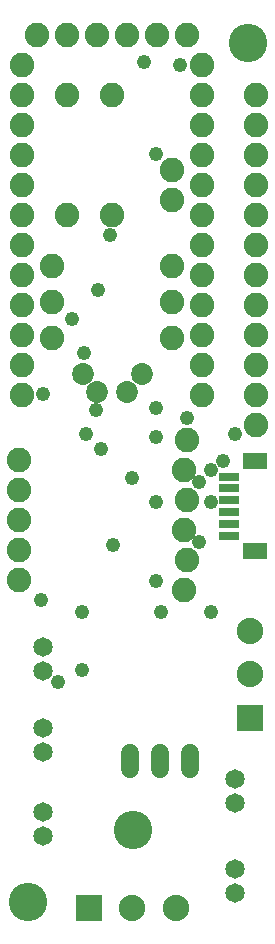
<source format=gts>
G75*
G70*
%OFA0B0*%
%FSLAX24Y24*%
%IPPOS*%
%LPD*%
%AMOC8*
5,1,8,0,0,1.08239X$1,22.5*
%
%ADD10C,0.0820*%
%ADD11C,0.0650*%
%ADD12R,0.0880X0.0880*%
%ADD13C,0.0880*%
%ADD14R,0.0789X0.0552*%
%ADD15R,0.0690X0.0316*%
%ADD16C,0.1280*%
%ADD17C,0.0600*%
%ADD18C,0.0730*%
%ADD19C,0.0480*%
D10*
X004440Y012467D03*
X004440Y013467D03*
X004440Y014467D03*
X004440Y015467D03*
X004440Y016467D03*
X004550Y018657D03*
X004550Y019657D03*
X004550Y020657D03*
X004550Y021657D03*
X004550Y022657D03*
X004550Y023657D03*
X004550Y024657D03*
X004550Y025657D03*
X004550Y026657D03*
X004550Y027657D03*
X004550Y028657D03*
X004550Y029657D03*
X005050Y030657D03*
X006050Y030657D03*
X006050Y028657D03*
X007050Y030657D03*
X007550Y028657D03*
X008050Y030657D03*
X009050Y030657D03*
X010050Y030657D03*
X010550Y029657D03*
X010550Y028657D03*
X010550Y027657D03*
X010550Y026657D03*
X010550Y025657D03*
X010550Y024657D03*
X010550Y023657D03*
X010550Y022657D03*
X010550Y021657D03*
X010550Y020657D03*
X010550Y019657D03*
X010550Y018657D03*
X010050Y017157D03*
X009950Y016157D03*
X010050Y015157D03*
X009950Y014157D03*
X010050Y013157D03*
X009950Y012157D03*
X012350Y017657D03*
X012350Y018657D03*
X012350Y019657D03*
X012350Y020657D03*
X012350Y021657D03*
X012350Y022657D03*
X012350Y023657D03*
X012350Y024657D03*
X012350Y025657D03*
X012350Y026657D03*
X012350Y027657D03*
X012350Y028657D03*
X009550Y026157D03*
X009550Y025157D03*
X009550Y022957D03*
X009550Y021757D03*
X009550Y020557D03*
X007550Y024657D03*
X006050Y024657D03*
X005550Y022957D03*
X005550Y021757D03*
X005550Y020557D03*
D11*
X005250Y010251D03*
X005250Y009464D03*
X005250Y007551D03*
X005250Y006764D03*
X005250Y004751D03*
X005250Y003964D03*
X011650Y005064D03*
X011650Y005851D03*
X011650Y002851D03*
X011650Y002064D03*
D12*
X012150Y007887D03*
X006780Y001557D03*
D13*
X008228Y001557D03*
X009676Y001557D03*
X012150Y009335D03*
X012150Y010783D03*
D14*
X012326Y013446D03*
X012326Y016438D03*
D15*
X011450Y015926D03*
X011450Y015532D03*
X011450Y015138D03*
X011450Y014745D03*
X011450Y014351D03*
X011450Y013957D03*
D16*
X004740Y001737D03*
X008250Y004157D03*
X012080Y030387D03*
D17*
X010150Y006717D02*
X010150Y006197D01*
X009150Y006197D02*
X009150Y006717D01*
X008150Y006717D02*
X008150Y006197D01*
D18*
X008050Y018757D03*
X008534Y019357D03*
X007050Y018757D03*
X006566Y019357D03*
D19*
X006610Y020057D03*
X006210Y021177D03*
X007090Y022137D03*
X007490Y023977D03*
X009010Y026697D03*
X009810Y029657D03*
X008610Y029737D03*
X005250Y018697D03*
X006690Y017337D03*
X007170Y016857D03*
X007010Y018137D03*
X008210Y015897D03*
X009010Y015097D03*
X009010Y017257D03*
X009010Y018217D03*
X010050Y017897D03*
X010850Y016137D03*
X011250Y016457D03*
X011650Y017337D03*
X010850Y015097D03*
X010450Y015737D03*
X010450Y013737D03*
X010850Y011417D03*
X009170Y011417D03*
X009010Y012457D03*
X007570Y013657D03*
X006530Y011417D03*
X006530Y009497D03*
X005730Y009097D03*
X005170Y011817D03*
M02*

</source>
